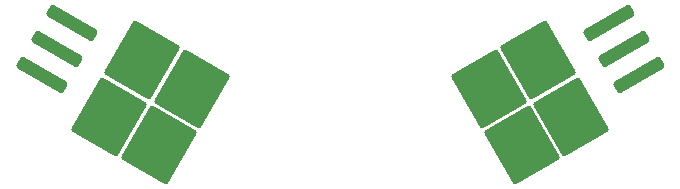
<source format=gbr>
%TF.GenerationSoftware,KiCad,Pcbnew,8.0.1-rc1*%
%TF.CreationDate,2024-04-17T17:45:35-07:00*%
%TF.ProjectId,Toolhead Board Breakout,546f6f6c-6865-4616-9420-426f61726420,rev?*%
%TF.SameCoordinates,Original*%
%TF.FileFunction,Paste,Bot*%
%TF.FilePolarity,Positive*%
%FSLAX46Y46*%
G04 Gerber Fmt 4.6, Leading zero omitted, Abs format (unit mm)*
G04 Created by KiCad (PCBNEW 8.0.1-rc1) date 2024-04-17 17:45:35*
%MOMM*%
%LPD*%
G01*
G04 APERTURE LIST*
G04 Aperture macros list*
%AMRoundRect*
0 Rectangle with rounded corners*
0 $1 Rounding radius*
0 $2 $3 $4 $5 $6 $7 $8 $9 X,Y pos of 4 corners*
0 Add a 4 corners polygon primitive as box body*
4,1,4,$2,$3,$4,$5,$6,$7,$8,$9,$2,$3,0*
0 Add four circle primitives for the rounded corners*
1,1,$1+$1,$2,$3*
1,1,$1+$1,$4,$5*
1,1,$1+$1,$6,$7*
1,1,$1+$1,$8,$9*
0 Add four rect primitives between the rounded corners*
20,1,$1+$1,$2,$3,$4,$5,0*
20,1,$1+$1,$4,$5,$6,$7,0*
20,1,$1+$1,$6,$7,$8,$9,0*
20,1,$1+$1,$8,$9,$2,$3,0*%
G04 Aperture macros list end*
%ADD10RoundRect,0.250000X1.625352X1.284808X-1.925352X-0.765192X-1.625352X-1.284808X1.925352X0.765192X0*%
%ADD11RoundRect,0.250000X0.566201X3.069310X-2.941201X1.044310X-0.566201X-3.069310X2.941201X-1.044310X0*%
%ADD12RoundRect,0.250000X-1.925352X0.765192X1.625352X-1.284808X1.925352X-0.765192X-1.625352X1.284808X0*%
%ADD13RoundRect,0.250000X-2.941201X-1.044310X0.566201X-3.069310X2.941201X1.044310X-0.566201X3.069310X0*%
G04 APERTURE END LIST*
D10*
%TO.C,U1*%
X97721553Y-86958790D03*
X98991553Y-89158495D03*
D11*
X94555032Y-94924215D03*
X91780032Y-90117775D03*
X90354809Y-97349215D03*
X87579809Y-92542775D03*
D10*
X100261552Y-91358200D03*
%TD*%
D12*
%TO.C,U2*%
X49738448Y-91358200D03*
X51008447Y-89158495D03*
D13*
X55444968Y-94924215D03*
X58219968Y-90117775D03*
X62420191Y-92542775D03*
X59645191Y-97349215D03*
D12*
X52278447Y-86958790D03*
%TD*%
M02*

</source>
